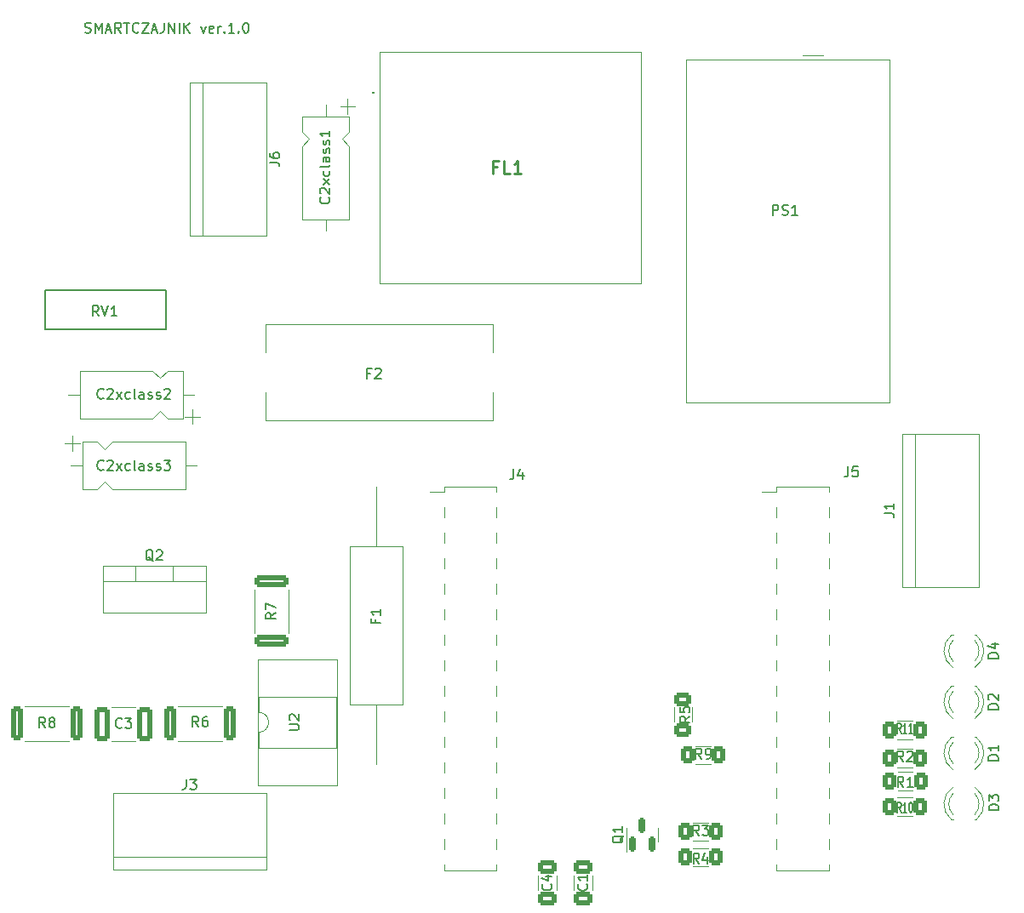
<source format=gto>
%TF.GenerationSoftware,KiCad,Pcbnew,(6.0.4)*%
%TF.CreationDate,2022-05-12T18:27:44+02:00*%
%TF.ProjectId,projekt_1,70726f6a-656b-4745-9f31-2e6b69636164,rev?*%
%TF.SameCoordinates,Original*%
%TF.FileFunction,Legend,Top*%
%TF.FilePolarity,Positive*%
%FSLAX46Y46*%
G04 Gerber Fmt 4.6, Leading zero omitted, Abs format (unit mm)*
G04 Created by KiCad (PCBNEW (6.0.4)) date 2022-05-12 18:27:44*
%MOMM*%
%LPD*%
G01*
G04 APERTURE LIST*
G04 Aperture macros list*
%AMRoundRect*
0 Rectangle with rounded corners*
0 $1 Rounding radius*
0 $2 $3 $4 $5 $6 $7 $8 $9 X,Y pos of 4 corners*
0 Add a 4 corners polygon primitive as box body*
4,1,4,$2,$3,$4,$5,$6,$7,$8,$9,$2,$3,0*
0 Add four circle primitives for the rounded corners*
1,1,$1+$1,$2,$3*
1,1,$1+$1,$4,$5*
1,1,$1+$1,$6,$7*
1,1,$1+$1,$8,$9*
0 Add four rect primitives between the rounded corners*
20,1,$1+$1,$2,$3,$4,$5,0*
20,1,$1+$1,$4,$5,$6,$7,0*
20,1,$1+$1,$6,$7,$8,$9,0*
20,1,$1+$1,$8,$9,$2,$3,0*%
G04 Aperture macros list end*
%ADD10C,0.150000*%
%ADD11C,0.254000*%
%ADD12C,0.120000*%
%ADD13C,0.100000*%
%ADD14C,0.200000*%
%ADD15C,3.000000*%
%ADD16R,3.150000X1.000000*%
%ADD17O,1.905000X2.000000*%
%ADD18R,1.905000X2.000000*%
%ADD19C,3.200000*%
%ADD20R,1.800000X1.800000*%
%ADD21C,1.800000*%
%ADD22RoundRect,0.150000X0.150000X-0.587500X0.150000X0.587500X-0.150000X0.587500X-0.150000X-0.587500X0*%
%ADD23RoundRect,0.250000X-0.400000X-0.625000X0.400000X-0.625000X0.400000X0.625000X-0.400000X0.625000X0*%
%ADD24R,3.000000X3.000000*%
%ADD25C,1.500000*%
%ADD26R,1.600000X3.100000*%
%ADD27RoundRect,0.250000X0.400000X0.625000X-0.400000X0.625000X-0.400000X-0.625000X0.400000X-0.625000X0*%
%ADD28RoundRect,0.250000X-0.537500X-1.450000X0.537500X-1.450000X0.537500X1.450000X-0.537500X1.450000X0*%
%ADD29RoundRect,0.250000X0.362500X1.425000X-0.362500X1.425000X-0.362500X-1.425000X0.362500X-1.425000X0*%
%ADD30RoundRect,0.250000X-0.362500X-1.425000X0.362500X-1.425000X0.362500X1.425000X-0.362500X1.425000X0*%
%ADD31RoundRect,0.250000X-0.625000X0.400000X-0.625000X-0.400000X0.625000X-0.400000X0.625000X0.400000X0*%
%ADD32R,2.000000X2.000000*%
%ADD33O,2.000000X2.000000*%
%ADD34RoundRect,0.250000X-0.650000X0.412500X-0.650000X-0.412500X0.650000X-0.412500X0.650000X0.412500X0*%
%ADD35RoundRect,0.250000X-1.425000X0.362500X-1.425000X-0.362500X1.425000X-0.362500X1.425000X0.362500X0*%
%ADD36C,2.400000*%
%ADD37O,2.400000X2.400000*%
%ADD38R,2.000000X2.300000*%
%ADD39C,2.300000*%
G04 APERTURE END LIST*
D10*
X31709742Y-15924361D02*
X31852600Y-15971980D01*
X32090695Y-15971980D01*
X32185933Y-15924361D01*
X32233552Y-15876742D01*
X32281171Y-15781504D01*
X32281171Y-15686266D01*
X32233552Y-15591028D01*
X32185933Y-15543409D01*
X32090695Y-15495790D01*
X31900219Y-15448171D01*
X31804980Y-15400552D01*
X31757361Y-15352933D01*
X31709742Y-15257695D01*
X31709742Y-15162457D01*
X31757361Y-15067219D01*
X31804980Y-15019600D01*
X31900219Y-14971980D01*
X32138314Y-14971980D01*
X32281171Y-15019600D01*
X32709742Y-15971980D02*
X32709742Y-14971980D01*
X33043076Y-15686266D01*
X33376409Y-14971980D01*
X33376409Y-15971980D01*
X33804980Y-15686266D02*
X34281171Y-15686266D01*
X33709742Y-15971980D02*
X34043076Y-14971980D01*
X34376409Y-15971980D01*
X35281171Y-15971980D02*
X34947838Y-15495790D01*
X34709742Y-15971980D02*
X34709742Y-14971980D01*
X35090695Y-14971980D01*
X35185933Y-15019600D01*
X35233552Y-15067219D01*
X35281171Y-15162457D01*
X35281171Y-15305314D01*
X35233552Y-15400552D01*
X35185933Y-15448171D01*
X35090695Y-15495790D01*
X34709742Y-15495790D01*
X35566885Y-14971980D02*
X36138314Y-14971980D01*
X35852600Y-15971980D02*
X35852600Y-14971980D01*
X37043076Y-15876742D02*
X36995457Y-15924361D01*
X36852600Y-15971980D01*
X36757361Y-15971980D01*
X36614504Y-15924361D01*
X36519266Y-15829123D01*
X36471647Y-15733885D01*
X36424028Y-15543409D01*
X36424028Y-15400552D01*
X36471647Y-15210076D01*
X36519266Y-15114838D01*
X36614504Y-15019600D01*
X36757361Y-14971980D01*
X36852600Y-14971980D01*
X36995457Y-15019600D01*
X37043076Y-15067219D01*
X37376409Y-14971980D02*
X38043076Y-14971980D01*
X37376409Y-15971980D01*
X38043076Y-15971980D01*
X38376409Y-15686266D02*
X38852600Y-15686266D01*
X38281171Y-15971980D02*
X38614504Y-14971980D01*
X38947838Y-15971980D01*
X39566885Y-14971980D02*
X39566885Y-15686266D01*
X39519266Y-15829123D01*
X39424028Y-15924361D01*
X39281171Y-15971980D01*
X39185933Y-15971980D01*
X40043076Y-15971980D02*
X40043076Y-14971980D01*
X40614504Y-15971980D01*
X40614504Y-14971980D01*
X41090695Y-15971980D02*
X41090695Y-14971980D01*
X41566885Y-15971980D02*
X41566885Y-14971980D01*
X42138314Y-15971980D02*
X41709742Y-15400552D01*
X42138314Y-14971980D02*
X41566885Y-15543409D01*
X43233552Y-15305314D02*
X43471647Y-15971980D01*
X43709742Y-15305314D01*
X44471647Y-15924361D02*
X44376409Y-15971980D01*
X44185933Y-15971980D01*
X44090695Y-15924361D01*
X44043076Y-15829123D01*
X44043076Y-15448171D01*
X44090695Y-15352933D01*
X44185933Y-15305314D01*
X44376409Y-15305314D01*
X44471647Y-15352933D01*
X44519266Y-15448171D01*
X44519266Y-15543409D01*
X44043076Y-15638647D01*
X44947838Y-15971980D02*
X44947838Y-15305314D01*
X44947838Y-15495790D02*
X44995457Y-15400552D01*
X45043076Y-15352933D01*
X45138314Y-15305314D01*
X45233552Y-15305314D01*
X45566885Y-15876742D02*
X45614504Y-15924361D01*
X45566885Y-15971980D01*
X45519266Y-15924361D01*
X45566885Y-15876742D01*
X45566885Y-15971980D01*
X46566885Y-15971980D02*
X45995457Y-15971980D01*
X46281171Y-15971980D02*
X46281171Y-14971980D01*
X46185933Y-15114838D01*
X46090695Y-15210076D01*
X45995457Y-15257695D01*
X46995457Y-15876742D02*
X47043076Y-15924361D01*
X46995457Y-15971980D01*
X46947838Y-15924361D01*
X46995457Y-15876742D01*
X46995457Y-15971980D01*
X47662123Y-14971980D02*
X47757361Y-14971980D01*
X47852600Y-15019600D01*
X47900219Y-15067219D01*
X47947838Y-15162457D01*
X47995457Y-15352933D01*
X47995457Y-15591028D01*
X47947838Y-15781504D01*
X47900219Y-15876742D01*
X47852600Y-15924361D01*
X47757361Y-15971980D01*
X47662123Y-15971980D01*
X47566885Y-15924361D01*
X47519266Y-15876742D01*
X47471647Y-15781504D01*
X47424028Y-15591028D01*
X47424028Y-15352933D01*
X47471647Y-15162457D01*
X47519266Y-15067219D01*
X47566885Y-15019600D01*
X47662123Y-14971980D01*
%TO.C,F2*%
X60093266Y-49839771D02*
X59759933Y-49839771D01*
X59759933Y-50363580D02*
X59759933Y-49363580D01*
X60236123Y-49363580D01*
X60569457Y-49458819D02*
X60617076Y-49411200D01*
X60712314Y-49363580D01*
X60950409Y-49363580D01*
X61045647Y-49411200D01*
X61093266Y-49458819D01*
X61140885Y-49554057D01*
X61140885Y-49649295D01*
X61093266Y-49792152D01*
X60521838Y-50363580D01*
X61140885Y-50363580D01*
%TO.C,J4*%
X74342666Y-59396380D02*
X74342666Y-60110666D01*
X74295047Y-60253523D01*
X74199809Y-60348761D01*
X74056952Y-60396380D01*
X73961714Y-60396380D01*
X75247428Y-59729714D02*
X75247428Y-60396380D01*
X75009333Y-59348761D02*
X74771238Y-60063047D01*
X75390285Y-60063047D01*
%TO.C,Q2*%
X38487361Y-68540819D02*
X38392123Y-68493200D01*
X38296885Y-68397961D01*
X38154028Y-68255104D01*
X38058790Y-68207485D01*
X37963552Y-68207485D01*
X38011171Y-68445580D02*
X37915933Y-68397961D01*
X37820695Y-68302723D01*
X37773076Y-68112247D01*
X37773076Y-67778914D01*
X37820695Y-67588438D01*
X37915933Y-67493200D01*
X38011171Y-67445580D01*
X38201647Y-67445580D01*
X38296885Y-67493200D01*
X38392123Y-67588438D01*
X38439742Y-67778914D01*
X38439742Y-68112247D01*
X38392123Y-68302723D01*
X38296885Y-68397961D01*
X38201647Y-68445580D01*
X38011171Y-68445580D01*
X38820695Y-67540819D02*
X38868314Y-67493200D01*
X38963552Y-67445580D01*
X39201647Y-67445580D01*
X39296885Y-67493200D01*
X39344504Y-67540819D01*
X39392123Y-67636057D01*
X39392123Y-67731295D01*
X39344504Y-67874152D01*
X38773076Y-68445580D01*
X39392123Y-68445580D01*
%TO.C,D2*%
X122538380Y-83288095D02*
X121538380Y-83288095D01*
X121538380Y-83050000D01*
X121586000Y-82907142D01*
X121681238Y-82811904D01*
X121776476Y-82764285D01*
X121966952Y-82716666D01*
X122109809Y-82716666D01*
X122300285Y-82764285D01*
X122395523Y-82811904D01*
X122490761Y-82907142D01*
X122538380Y-83050000D01*
X122538380Y-83288095D01*
X121633619Y-82335714D02*
X121586000Y-82288095D01*
X121538380Y-82192857D01*
X121538380Y-81954761D01*
X121586000Y-81859523D01*
X121633619Y-81811904D01*
X121728857Y-81764285D01*
X121824095Y-81764285D01*
X121966952Y-81811904D01*
X122538380Y-82383333D01*
X122538380Y-81764285D01*
%TO.C,D3*%
X122600980Y-93321295D02*
X121600980Y-93321295D01*
X121600980Y-93083200D01*
X121648600Y-92940342D01*
X121743838Y-92845104D01*
X121839076Y-92797485D01*
X122029552Y-92749866D01*
X122172409Y-92749866D01*
X122362885Y-92797485D01*
X122458123Y-92845104D01*
X122553361Y-92940342D01*
X122600980Y-93083200D01*
X122600980Y-93321295D01*
X121600980Y-92416533D02*
X121600980Y-91797485D01*
X121981933Y-92130819D01*
X121981933Y-91987961D01*
X122029552Y-91892723D01*
X122077171Y-91845104D01*
X122172409Y-91797485D01*
X122410504Y-91797485D01*
X122505742Y-91845104D01*
X122553361Y-91892723D01*
X122600980Y-91987961D01*
X122600980Y-92273676D01*
X122553361Y-92368914D01*
X122505742Y-92416533D01*
%TO.C,Q1*%
X85269619Y-95853238D02*
X85222000Y-95948476D01*
X85126761Y-96043714D01*
X84983904Y-96186571D01*
X84936285Y-96281809D01*
X84936285Y-96377047D01*
X85174380Y-96329428D02*
X85126761Y-96424666D01*
X85031523Y-96519904D01*
X84841047Y-96567523D01*
X84507714Y-96567523D01*
X84317238Y-96519904D01*
X84222000Y-96424666D01*
X84174380Y-96329428D01*
X84174380Y-96138952D01*
X84222000Y-96043714D01*
X84317238Y-95948476D01*
X84507714Y-95900857D01*
X84841047Y-95900857D01*
X85031523Y-95948476D01*
X85126761Y-96043714D01*
X85174380Y-96138952D01*
X85174380Y-96329428D01*
X85174380Y-94948476D02*
X85174380Y-95519904D01*
X85174380Y-95234190D02*
X84174380Y-95234190D01*
X84317238Y-95329428D01*
X84412476Y-95424666D01*
X84460095Y-95519904D01*
%TO.C,R2*%
X113091933Y-88463580D02*
X112758600Y-87987390D01*
X112520504Y-88463580D02*
X112520504Y-87463580D01*
X112901457Y-87463580D01*
X112996695Y-87511200D01*
X113044314Y-87558819D01*
X113091933Y-87654057D01*
X113091933Y-87796914D01*
X113044314Y-87892152D01*
X112996695Y-87939771D01*
X112901457Y-87987390D01*
X112520504Y-87987390D01*
X113472885Y-87558819D02*
X113520504Y-87511200D01*
X113615742Y-87463580D01*
X113853838Y-87463580D01*
X113949076Y-87511200D01*
X113996695Y-87558819D01*
X114044314Y-87654057D01*
X114044314Y-87749295D01*
X113996695Y-87892152D01*
X113425266Y-88463580D01*
X114044314Y-88463580D01*
%TO.C,D4*%
X122538380Y-78203095D02*
X121538380Y-78203095D01*
X121538380Y-77965000D01*
X121586000Y-77822142D01*
X121681238Y-77726904D01*
X121776476Y-77679285D01*
X121966952Y-77631666D01*
X122109809Y-77631666D01*
X122300285Y-77679285D01*
X122395523Y-77726904D01*
X122490761Y-77822142D01*
X122538380Y-77965000D01*
X122538380Y-78203095D01*
X121871714Y-76774523D02*
X122538380Y-76774523D01*
X121490761Y-77012619D02*
X122205047Y-77250714D01*
X122205047Y-76631666D01*
%TO.C,J1*%
X111186980Y-63803333D02*
X111901266Y-63803333D01*
X112044123Y-63850952D01*
X112139361Y-63946190D01*
X112186980Y-64089047D01*
X112186980Y-64184285D01*
X112186980Y-62803333D02*
X112186980Y-63374761D01*
X112186980Y-63089047D02*
X111186980Y-63089047D01*
X111329838Y-63184285D01*
X111425076Y-63279523D01*
X111472695Y-63374761D01*
D11*
%TO.C,FL1*%
X72722619Y-29322485D02*
X72299285Y-29322485D01*
X72299285Y-29987723D02*
X72299285Y-28717723D01*
X72904047Y-28717723D01*
X73992619Y-29987723D02*
X73387857Y-29987723D01*
X73387857Y-28717723D01*
X75081190Y-29987723D02*
X74355476Y-29987723D01*
X74718333Y-29987723D02*
X74718333Y-28717723D01*
X74597380Y-28899152D01*
X74476428Y-29020104D01*
X74355476Y-29080580D01*
D10*
%TO.C,U2*%
X52004980Y-85343904D02*
X52814504Y-85343904D01*
X52909742Y-85296285D01*
X52957361Y-85248666D01*
X53004980Y-85153428D01*
X53004980Y-84962952D01*
X52957361Y-84867714D01*
X52909742Y-84820095D01*
X52814504Y-84772476D01*
X52004980Y-84772476D01*
X52100219Y-84343904D02*
X52052600Y-84296285D01*
X52004980Y-84201047D01*
X52004980Y-83962952D01*
X52052600Y-83867714D01*
X52100219Y-83820095D01*
X52195457Y-83772476D01*
X52290695Y-83772476D01*
X52433552Y-83820095D01*
X53004980Y-84391523D01*
X53004980Y-83772476D01*
%TO.C,D1*%
X122538380Y-88363095D02*
X121538380Y-88363095D01*
X121538380Y-88125000D01*
X121586000Y-87982142D01*
X121681238Y-87886904D01*
X121776476Y-87839285D01*
X121966952Y-87791666D01*
X122109809Y-87791666D01*
X122300285Y-87839285D01*
X122395523Y-87886904D01*
X122490761Y-87982142D01*
X122538380Y-88125000D01*
X122538380Y-88363095D01*
X122538380Y-86839285D02*
X122538380Y-87410714D01*
X122538380Y-87125000D02*
X121538380Y-87125000D01*
X121681238Y-87220238D01*
X121776476Y-87315476D01*
X121824095Y-87410714D01*
%TO.C,J5*%
X107616666Y-59142380D02*
X107616666Y-59856666D01*
X107569047Y-59999523D01*
X107473809Y-60094761D01*
X107330952Y-60142380D01*
X107235714Y-60142380D01*
X108569047Y-59142380D02*
X108092857Y-59142380D01*
X108045238Y-59618571D01*
X108092857Y-59570952D01*
X108188095Y-59523333D01*
X108426190Y-59523333D01*
X108521428Y-59570952D01*
X108569047Y-59618571D01*
X108616666Y-59713809D01*
X108616666Y-59951904D01*
X108569047Y-60047142D01*
X108521428Y-60094761D01*
X108426190Y-60142380D01*
X108188095Y-60142380D01*
X108092857Y-60094761D01*
X108045238Y-60047142D01*
%TO.C,R10*%
X112872885Y-93543580D02*
X112672885Y-93067390D01*
X112530028Y-93543580D02*
X112530028Y-92543580D01*
X112758600Y-92543580D01*
X112815742Y-92591200D01*
X112844314Y-92638819D01*
X112872885Y-92734057D01*
X112872885Y-92876914D01*
X112844314Y-92972152D01*
X112815742Y-93019771D01*
X112758600Y-93067390D01*
X112530028Y-93067390D01*
X113444314Y-93543580D02*
X113101457Y-93543580D01*
X113272885Y-93543580D02*
X113272885Y-92543580D01*
X113215742Y-92686438D01*
X113158600Y-92781676D01*
X113101457Y-92829295D01*
X113815742Y-92543580D02*
X113872885Y-92543580D01*
X113930028Y-92591200D01*
X113958600Y-92638819D01*
X113987171Y-92734057D01*
X114015742Y-92924533D01*
X114015742Y-93162628D01*
X113987171Y-93353104D01*
X113958600Y-93448342D01*
X113930028Y-93495961D01*
X113872885Y-93543580D01*
X113815742Y-93543580D01*
X113758600Y-93495961D01*
X113730028Y-93448342D01*
X113701457Y-93353104D01*
X113672885Y-93162628D01*
X113672885Y-92924533D01*
X113701457Y-92734057D01*
X113730028Y-92638819D01*
X113758600Y-92591200D01*
X113815742Y-92543580D01*
%TO.C,R11*%
X112872885Y-85669580D02*
X112672885Y-85193390D01*
X112530028Y-85669580D02*
X112530028Y-84669580D01*
X112758600Y-84669580D01*
X112815742Y-84717200D01*
X112844314Y-84764819D01*
X112872885Y-84860057D01*
X112872885Y-85002914D01*
X112844314Y-85098152D01*
X112815742Y-85145771D01*
X112758600Y-85193390D01*
X112530028Y-85193390D01*
X113444314Y-85669580D02*
X113101457Y-85669580D01*
X113272885Y-85669580D02*
X113272885Y-84669580D01*
X113215742Y-84812438D01*
X113158600Y-84907676D01*
X113101457Y-84955295D01*
X114015742Y-85669580D02*
X113672885Y-85669580D01*
X113844314Y-85669580D02*
X113844314Y-84669580D01*
X113787171Y-84812438D01*
X113730028Y-84907676D01*
X113672885Y-84955295D01*
%TO.C,R4*%
X92780266Y-98623580D02*
X92463600Y-98147390D01*
X92237409Y-98623580D02*
X92237409Y-97623580D01*
X92599314Y-97623580D01*
X92689790Y-97671200D01*
X92735028Y-97718819D01*
X92780266Y-97814057D01*
X92780266Y-97956914D01*
X92735028Y-98052152D01*
X92689790Y-98099771D01*
X92599314Y-98147390D01*
X92237409Y-98147390D01*
X93594552Y-97956914D02*
X93594552Y-98623580D01*
X93368361Y-97575961D02*
X93142171Y-98290247D01*
X93730266Y-98290247D01*
%TO.C,C3*%
X35367933Y-85066342D02*
X35320314Y-85113961D01*
X35177457Y-85161580D01*
X35082219Y-85161580D01*
X34939361Y-85113961D01*
X34844123Y-85018723D01*
X34796504Y-84923485D01*
X34748885Y-84733009D01*
X34748885Y-84590152D01*
X34796504Y-84399676D01*
X34844123Y-84304438D01*
X34939361Y-84209200D01*
X35082219Y-84161580D01*
X35177457Y-84161580D01*
X35320314Y-84209200D01*
X35367933Y-84256819D01*
X35701266Y-84161580D02*
X36320314Y-84161580D01*
X35986980Y-84542533D01*
X36129838Y-84542533D01*
X36225076Y-84590152D01*
X36272695Y-84637771D01*
X36320314Y-84733009D01*
X36320314Y-84971104D01*
X36272695Y-85066342D01*
X36225076Y-85113961D01*
X36129838Y-85161580D01*
X35844123Y-85161580D01*
X35748885Y-85113961D01*
X35701266Y-85066342D01*
%TO.C,R6*%
X42987933Y-85009380D02*
X42654600Y-84533190D01*
X42416504Y-85009380D02*
X42416504Y-84009380D01*
X42797457Y-84009380D01*
X42892695Y-84057000D01*
X42940314Y-84104619D01*
X42987933Y-84199857D01*
X42987933Y-84342714D01*
X42940314Y-84437952D01*
X42892695Y-84485571D01*
X42797457Y-84533190D01*
X42416504Y-84533190D01*
X43845076Y-84009380D02*
X43654600Y-84009380D01*
X43559361Y-84057000D01*
X43511742Y-84104619D01*
X43416504Y-84247476D01*
X43368885Y-84437952D01*
X43368885Y-84818904D01*
X43416504Y-84914142D01*
X43464123Y-84961761D01*
X43559361Y-85009380D01*
X43749838Y-85009380D01*
X43845076Y-84961761D01*
X43892695Y-84914142D01*
X43940314Y-84818904D01*
X43940314Y-84580809D01*
X43892695Y-84485571D01*
X43845076Y-84437952D01*
X43749838Y-84390333D01*
X43559361Y-84390333D01*
X43464123Y-84437952D01*
X43416504Y-84485571D01*
X43368885Y-84580809D01*
%TO.C,R9*%
X93025933Y-88209580D02*
X92692600Y-87733390D01*
X92454504Y-88209580D02*
X92454504Y-87209580D01*
X92835457Y-87209580D01*
X92930695Y-87257200D01*
X92978314Y-87304819D01*
X93025933Y-87400057D01*
X93025933Y-87542914D01*
X92978314Y-87638152D01*
X92930695Y-87685771D01*
X92835457Y-87733390D01*
X92454504Y-87733390D01*
X93502123Y-88209580D02*
X93692600Y-88209580D01*
X93787838Y-88161961D01*
X93835457Y-88114342D01*
X93930695Y-87971485D01*
X93978314Y-87781009D01*
X93978314Y-87400057D01*
X93930695Y-87304819D01*
X93883076Y-87257200D01*
X93787838Y-87209580D01*
X93597361Y-87209580D01*
X93502123Y-87257200D01*
X93454504Y-87304819D01*
X93406885Y-87400057D01*
X93406885Y-87638152D01*
X93454504Y-87733390D01*
X93502123Y-87781009D01*
X93597361Y-87828628D01*
X93787838Y-87828628D01*
X93883076Y-87781009D01*
X93930695Y-87733390D01*
X93978314Y-87638152D01*
%TO.C,R8*%
X27747933Y-85085580D02*
X27414600Y-84609390D01*
X27176504Y-85085580D02*
X27176504Y-84085580D01*
X27557457Y-84085580D01*
X27652695Y-84133200D01*
X27700314Y-84180819D01*
X27747933Y-84276057D01*
X27747933Y-84418914D01*
X27700314Y-84514152D01*
X27652695Y-84561771D01*
X27557457Y-84609390D01*
X27176504Y-84609390D01*
X28319361Y-84514152D02*
X28224123Y-84466533D01*
X28176504Y-84418914D01*
X28128885Y-84323676D01*
X28128885Y-84276057D01*
X28176504Y-84180819D01*
X28224123Y-84133200D01*
X28319361Y-84085580D01*
X28509838Y-84085580D01*
X28605076Y-84133200D01*
X28652695Y-84180819D01*
X28700314Y-84276057D01*
X28700314Y-84323676D01*
X28652695Y-84418914D01*
X28605076Y-84466533D01*
X28509838Y-84514152D01*
X28319361Y-84514152D01*
X28224123Y-84561771D01*
X28176504Y-84609390D01*
X28128885Y-84704628D01*
X28128885Y-84895104D01*
X28176504Y-84990342D01*
X28224123Y-85037961D01*
X28319361Y-85085580D01*
X28509838Y-85085580D01*
X28605076Y-85037961D01*
X28652695Y-84990342D01*
X28700314Y-84895104D01*
X28700314Y-84704628D01*
X28652695Y-84609390D01*
X28605076Y-84561771D01*
X28509838Y-84514152D01*
%TO.C,R5*%
X91866980Y-83986666D02*
X91390790Y-84320000D01*
X91866980Y-84558095D02*
X90866980Y-84558095D01*
X90866980Y-84177142D01*
X90914600Y-84081904D01*
X90962219Y-84034285D01*
X91057457Y-83986666D01*
X91200314Y-83986666D01*
X91295552Y-84034285D01*
X91343171Y-84081904D01*
X91390790Y-84177142D01*
X91390790Y-84558095D01*
X90866980Y-83081904D02*
X90866980Y-83558095D01*
X91343171Y-83605714D01*
X91295552Y-83558095D01*
X91247933Y-83462857D01*
X91247933Y-83224761D01*
X91295552Y-83129523D01*
X91343171Y-83081904D01*
X91438409Y-83034285D01*
X91676504Y-83034285D01*
X91771742Y-83081904D01*
X91819361Y-83129523D01*
X91866980Y-83224761D01*
X91866980Y-83462857D01*
X91819361Y-83558095D01*
X91771742Y-83605714D01*
%TO.C,C2xclass3*%
X33550600Y-59412342D02*
X33502980Y-59459961D01*
X33360123Y-59507580D01*
X33264885Y-59507580D01*
X33122028Y-59459961D01*
X33026790Y-59364723D01*
X32979171Y-59269485D01*
X32931552Y-59079009D01*
X32931552Y-58936152D01*
X32979171Y-58745676D01*
X33026790Y-58650438D01*
X33122028Y-58555200D01*
X33264885Y-58507580D01*
X33360123Y-58507580D01*
X33502980Y-58555200D01*
X33550600Y-58602819D01*
X33931552Y-58602819D02*
X33979171Y-58555200D01*
X34074409Y-58507580D01*
X34312504Y-58507580D01*
X34407742Y-58555200D01*
X34455361Y-58602819D01*
X34502980Y-58698057D01*
X34502980Y-58793295D01*
X34455361Y-58936152D01*
X33883933Y-59507580D01*
X34502980Y-59507580D01*
X34836314Y-59507580D02*
X35360123Y-58840914D01*
X34836314Y-58840914D02*
X35360123Y-59507580D01*
X36169647Y-59459961D02*
X36074409Y-59507580D01*
X35883933Y-59507580D01*
X35788695Y-59459961D01*
X35741076Y-59412342D01*
X35693457Y-59317104D01*
X35693457Y-59031390D01*
X35741076Y-58936152D01*
X35788695Y-58888533D01*
X35883933Y-58840914D01*
X36074409Y-58840914D01*
X36169647Y-58888533D01*
X36741076Y-59507580D02*
X36645838Y-59459961D01*
X36598219Y-59364723D01*
X36598219Y-58507580D01*
X37550600Y-59507580D02*
X37550600Y-58983771D01*
X37502980Y-58888533D01*
X37407742Y-58840914D01*
X37217266Y-58840914D01*
X37122028Y-58888533D01*
X37550600Y-59459961D02*
X37455361Y-59507580D01*
X37217266Y-59507580D01*
X37122028Y-59459961D01*
X37074409Y-59364723D01*
X37074409Y-59269485D01*
X37122028Y-59174247D01*
X37217266Y-59126628D01*
X37455361Y-59126628D01*
X37550600Y-59079009D01*
X37979171Y-59459961D02*
X38074409Y-59507580D01*
X38264885Y-59507580D01*
X38360123Y-59459961D01*
X38407742Y-59364723D01*
X38407742Y-59317104D01*
X38360123Y-59221866D01*
X38264885Y-59174247D01*
X38122028Y-59174247D01*
X38026790Y-59126628D01*
X37979171Y-59031390D01*
X37979171Y-58983771D01*
X38026790Y-58888533D01*
X38122028Y-58840914D01*
X38264885Y-58840914D01*
X38360123Y-58888533D01*
X38788695Y-59459961D02*
X38883933Y-59507580D01*
X39074409Y-59507580D01*
X39169647Y-59459961D01*
X39217266Y-59364723D01*
X39217266Y-59317104D01*
X39169647Y-59221866D01*
X39074409Y-59174247D01*
X38931552Y-59174247D01*
X38836314Y-59126628D01*
X38788695Y-59031390D01*
X38788695Y-58983771D01*
X38836314Y-58888533D01*
X38931552Y-58840914D01*
X39074409Y-58840914D01*
X39169647Y-58888533D01*
X39550600Y-58507580D02*
X40169647Y-58507580D01*
X39836314Y-58888533D01*
X39979171Y-58888533D01*
X40074409Y-58936152D01*
X40122028Y-58983771D01*
X40169647Y-59079009D01*
X40169647Y-59317104D01*
X40122028Y-59412342D01*
X40074409Y-59459961D01*
X39979171Y-59507580D01*
X39693457Y-59507580D01*
X39598219Y-59459961D01*
X39550600Y-59412342D01*
%TO.C,C1*%
X81611742Y-100699866D02*
X81659361Y-100747485D01*
X81706980Y-100890342D01*
X81706980Y-100985580D01*
X81659361Y-101128438D01*
X81564123Y-101223676D01*
X81468885Y-101271295D01*
X81278409Y-101318914D01*
X81135552Y-101318914D01*
X80945076Y-101271295D01*
X80849838Y-101223676D01*
X80754600Y-101128438D01*
X80706980Y-100985580D01*
X80706980Y-100890342D01*
X80754600Y-100747485D01*
X80802219Y-100699866D01*
X81706980Y-99747485D02*
X81706980Y-100318914D01*
X81706980Y-100033200D02*
X80706980Y-100033200D01*
X80849838Y-100128438D01*
X80945076Y-100223676D01*
X80992695Y-100318914D01*
%TO.C,J3*%
X41775266Y-90255580D02*
X41775266Y-90969866D01*
X41727647Y-91112723D01*
X41632409Y-91207961D01*
X41489552Y-91255580D01*
X41394314Y-91255580D01*
X42156219Y-90255580D02*
X42775266Y-90255580D01*
X42441933Y-90636533D01*
X42584790Y-90636533D01*
X42680028Y-90684152D01*
X42727647Y-90731771D01*
X42775266Y-90827009D01*
X42775266Y-91065104D01*
X42727647Y-91160342D01*
X42680028Y-91207961D01*
X42584790Y-91255580D01*
X42299076Y-91255580D01*
X42203838Y-91207961D01*
X42156219Y-91160342D01*
%TO.C,R7*%
X50693580Y-73699866D02*
X50217390Y-74033200D01*
X50693580Y-74271295D02*
X49693580Y-74271295D01*
X49693580Y-73890342D01*
X49741200Y-73795104D01*
X49788819Y-73747485D01*
X49884057Y-73699866D01*
X50026914Y-73699866D01*
X50122152Y-73747485D01*
X50169771Y-73795104D01*
X50217390Y-73890342D01*
X50217390Y-74271295D01*
X49693580Y-73366533D02*
X49693580Y-72699866D01*
X50693580Y-73128438D01*
%TO.C,C2xclass2*%
X33550600Y-52300342D02*
X33502980Y-52347961D01*
X33360123Y-52395580D01*
X33264885Y-52395580D01*
X33122028Y-52347961D01*
X33026790Y-52252723D01*
X32979171Y-52157485D01*
X32931552Y-51967009D01*
X32931552Y-51824152D01*
X32979171Y-51633676D01*
X33026790Y-51538438D01*
X33122028Y-51443200D01*
X33264885Y-51395580D01*
X33360123Y-51395580D01*
X33502980Y-51443200D01*
X33550600Y-51490819D01*
X33931552Y-51490819D02*
X33979171Y-51443200D01*
X34074409Y-51395580D01*
X34312504Y-51395580D01*
X34407742Y-51443200D01*
X34455361Y-51490819D01*
X34502980Y-51586057D01*
X34502980Y-51681295D01*
X34455361Y-51824152D01*
X33883933Y-52395580D01*
X34502980Y-52395580D01*
X34836314Y-52395580D02*
X35360123Y-51728914D01*
X34836314Y-51728914D02*
X35360123Y-52395580D01*
X36169647Y-52347961D02*
X36074409Y-52395580D01*
X35883933Y-52395580D01*
X35788695Y-52347961D01*
X35741076Y-52300342D01*
X35693457Y-52205104D01*
X35693457Y-51919390D01*
X35741076Y-51824152D01*
X35788695Y-51776533D01*
X35883933Y-51728914D01*
X36074409Y-51728914D01*
X36169647Y-51776533D01*
X36741076Y-52395580D02*
X36645838Y-52347961D01*
X36598219Y-52252723D01*
X36598219Y-51395580D01*
X37550600Y-52395580D02*
X37550600Y-51871771D01*
X37502980Y-51776533D01*
X37407742Y-51728914D01*
X37217266Y-51728914D01*
X37122028Y-51776533D01*
X37550600Y-52347961D02*
X37455361Y-52395580D01*
X37217266Y-52395580D01*
X37122028Y-52347961D01*
X37074409Y-52252723D01*
X37074409Y-52157485D01*
X37122028Y-52062247D01*
X37217266Y-52014628D01*
X37455361Y-52014628D01*
X37550600Y-51967009D01*
X37979171Y-52347961D02*
X38074409Y-52395580D01*
X38264885Y-52395580D01*
X38360123Y-52347961D01*
X38407742Y-52252723D01*
X38407742Y-52205104D01*
X38360123Y-52109866D01*
X38264885Y-52062247D01*
X38122028Y-52062247D01*
X38026790Y-52014628D01*
X37979171Y-51919390D01*
X37979171Y-51871771D01*
X38026790Y-51776533D01*
X38122028Y-51728914D01*
X38264885Y-51728914D01*
X38360123Y-51776533D01*
X38788695Y-52347961D02*
X38883933Y-52395580D01*
X39074409Y-52395580D01*
X39169647Y-52347961D01*
X39217266Y-52252723D01*
X39217266Y-52205104D01*
X39169647Y-52109866D01*
X39074409Y-52062247D01*
X38931552Y-52062247D01*
X38836314Y-52014628D01*
X38788695Y-51919390D01*
X38788695Y-51871771D01*
X38836314Y-51776533D01*
X38931552Y-51728914D01*
X39074409Y-51728914D01*
X39169647Y-51776533D01*
X39598219Y-51490819D02*
X39645838Y-51443200D01*
X39741076Y-51395580D01*
X39979171Y-51395580D01*
X40074409Y-51443200D01*
X40122028Y-51490819D01*
X40169647Y-51586057D01*
X40169647Y-51681295D01*
X40122028Y-51824152D01*
X39550600Y-52395580D01*
X40169647Y-52395580D01*
%TO.C,J6*%
X50050980Y-28878533D02*
X50765266Y-28878533D01*
X50908123Y-28926152D01*
X51003361Y-29021390D01*
X51050980Y-29164247D01*
X51050980Y-29259485D01*
X50050980Y-27973771D02*
X50050980Y-28164247D01*
X50098600Y-28259485D01*
X50146219Y-28307104D01*
X50289076Y-28402342D01*
X50479552Y-28449961D01*
X50860504Y-28449961D01*
X50955742Y-28402342D01*
X51003361Y-28354723D01*
X51050980Y-28259485D01*
X51050980Y-28069009D01*
X51003361Y-27973771D01*
X50955742Y-27926152D01*
X50860504Y-27878533D01*
X50622409Y-27878533D01*
X50527171Y-27926152D01*
X50479552Y-27973771D01*
X50431933Y-28069009D01*
X50431933Y-28259485D01*
X50479552Y-28354723D01*
X50527171Y-28402342D01*
X50622409Y-28449961D01*
%TO.C,F1*%
X60609171Y-74374533D02*
X60609171Y-74707866D01*
X61132980Y-74707866D02*
X60132980Y-74707866D01*
X60132980Y-74231676D01*
X61132980Y-73326914D02*
X61132980Y-73898342D01*
X61132980Y-73612628D02*
X60132980Y-73612628D01*
X60275838Y-73707866D01*
X60371076Y-73803104D01*
X60418695Y-73898342D01*
%TO.C,C4*%
X78055742Y-100691533D02*
X78103361Y-100736771D01*
X78150980Y-100872485D01*
X78150980Y-100962961D01*
X78103361Y-101098676D01*
X78008123Y-101189152D01*
X77912885Y-101234390D01*
X77722409Y-101279628D01*
X77579552Y-101279628D01*
X77389076Y-101234390D01*
X77293838Y-101189152D01*
X77198600Y-101098676D01*
X77150980Y-100962961D01*
X77150980Y-100872485D01*
X77198600Y-100736771D01*
X77246219Y-100691533D01*
X77484314Y-99877247D02*
X78150980Y-99877247D01*
X77103361Y-100103438D02*
X77817647Y-100329628D01*
X77817647Y-99741533D01*
%TO.C,R1*%
X113117333Y-91003580D02*
X112784000Y-90527390D01*
X112545904Y-91003580D02*
X112545904Y-90003580D01*
X112926857Y-90003580D01*
X113022095Y-90051200D01*
X113069714Y-90098819D01*
X113117333Y-90194057D01*
X113117333Y-90336914D01*
X113069714Y-90432152D01*
X113022095Y-90479771D01*
X112926857Y-90527390D01*
X112545904Y-90527390D01*
X114069714Y-91003580D02*
X113498285Y-91003580D01*
X113784000Y-91003580D02*
X113784000Y-90003580D01*
X113688761Y-90146438D01*
X113593523Y-90241676D01*
X113498285Y-90289295D01*
%TO.C,RV1*%
X33073961Y-44140780D02*
X32740628Y-43664590D01*
X32502533Y-44140780D02*
X32502533Y-43140780D01*
X32883485Y-43140780D01*
X32978723Y-43188400D01*
X33026342Y-43236019D01*
X33073961Y-43331257D01*
X33073961Y-43474114D01*
X33026342Y-43569352D01*
X32978723Y-43616971D01*
X32883485Y-43664590D01*
X32502533Y-43664590D01*
X33359676Y-43140780D02*
X33693009Y-44140780D01*
X34026342Y-43140780D01*
X34883485Y-44140780D02*
X34312057Y-44140780D01*
X34597771Y-44140780D02*
X34597771Y-43140780D01*
X34502533Y-43283638D01*
X34407295Y-43378876D01*
X34312057Y-43426495D01*
%TO.C,PS1*%
X100106314Y-34107580D02*
X100106314Y-33107580D01*
X100487266Y-33107580D01*
X100582504Y-33155200D01*
X100630123Y-33202819D01*
X100677742Y-33298057D01*
X100677742Y-33440914D01*
X100630123Y-33536152D01*
X100582504Y-33583771D01*
X100487266Y-33631390D01*
X100106314Y-33631390D01*
X101058695Y-34059961D02*
X101201552Y-34107580D01*
X101439647Y-34107580D01*
X101534885Y-34059961D01*
X101582504Y-34012342D01*
X101630123Y-33917104D01*
X101630123Y-33821866D01*
X101582504Y-33726628D01*
X101534885Y-33679009D01*
X101439647Y-33631390D01*
X101249171Y-33583771D01*
X101153933Y-33536152D01*
X101106314Y-33488533D01*
X101058695Y-33393295D01*
X101058695Y-33298057D01*
X101106314Y-33202819D01*
X101153933Y-33155200D01*
X101249171Y-33107580D01*
X101487266Y-33107580D01*
X101630123Y-33155200D01*
X102582504Y-34107580D02*
X102011076Y-34107580D01*
X102296790Y-34107580D02*
X102296790Y-33107580D01*
X102201552Y-33250438D01*
X102106314Y-33345676D01*
X102011076Y-33393295D01*
%TO.C,R3*%
X92771933Y-95829580D02*
X92438600Y-95353390D01*
X92200504Y-95829580D02*
X92200504Y-94829580D01*
X92581457Y-94829580D01*
X92676695Y-94877200D01*
X92724314Y-94924819D01*
X92771933Y-95020057D01*
X92771933Y-95162914D01*
X92724314Y-95258152D01*
X92676695Y-95305771D01*
X92581457Y-95353390D01*
X92200504Y-95353390D01*
X93105266Y-94829580D02*
X93724314Y-94829580D01*
X93390980Y-95210533D01*
X93533838Y-95210533D01*
X93629076Y-95258152D01*
X93676695Y-95305771D01*
X93724314Y-95401009D01*
X93724314Y-95639104D01*
X93676695Y-95734342D01*
X93629076Y-95781961D01*
X93533838Y-95829580D01*
X93248123Y-95829580D01*
X93152885Y-95781961D01*
X93105266Y-95734342D01*
%TO.C,C2xclass1*%
X55957742Y-32337200D02*
X56005361Y-32384819D01*
X56052980Y-32527676D01*
X56052980Y-32622914D01*
X56005361Y-32765771D01*
X55910123Y-32861009D01*
X55814885Y-32908628D01*
X55624409Y-32956247D01*
X55481552Y-32956247D01*
X55291076Y-32908628D01*
X55195838Y-32861009D01*
X55100600Y-32765771D01*
X55052980Y-32622914D01*
X55052980Y-32527676D01*
X55100600Y-32384819D01*
X55148219Y-32337200D01*
X55148219Y-31956247D02*
X55100600Y-31908628D01*
X55052980Y-31813390D01*
X55052980Y-31575295D01*
X55100600Y-31480057D01*
X55148219Y-31432438D01*
X55243457Y-31384819D01*
X55338695Y-31384819D01*
X55481552Y-31432438D01*
X56052980Y-32003866D01*
X56052980Y-31384819D01*
X56052980Y-31051485D02*
X55386314Y-30527676D01*
X55386314Y-31051485D02*
X56052980Y-30527676D01*
X56005361Y-29718152D02*
X56052980Y-29813390D01*
X56052980Y-30003866D01*
X56005361Y-30099104D01*
X55957742Y-30146723D01*
X55862504Y-30194342D01*
X55576790Y-30194342D01*
X55481552Y-30146723D01*
X55433933Y-30099104D01*
X55386314Y-30003866D01*
X55386314Y-29813390D01*
X55433933Y-29718152D01*
X56052980Y-29146723D02*
X56005361Y-29241961D01*
X55910123Y-29289580D01*
X55052980Y-29289580D01*
X56052980Y-28337200D02*
X55529171Y-28337200D01*
X55433933Y-28384819D01*
X55386314Y-28480057D01*
X55386314Y-28670533D01*
X55433933Y-28765771D01*
X56005361Y-28337200D02*
X56052980Y-28432438D01*
X56052980Y-28670533D01*
X56005361Y-28765771D01*
X55910123Y-28813390D01*
X55814885Y-28813390D01*
X55719647Y-28765771D01*
X55672028Y-28670533D01*
X55672028Y-28432438D01*
X55624409Y-28337200D01*
X56005361Y-27908628D02*
X56052980Y-27813390D01*
X56052980Y-27622914D01*
X56005361Y-27527676D01*
X55910123Y-27480057D01*
X55862504Y-27480057D01*
X55767266Y-27527676D01*
X55719647Y-27622914D01*
X55719647Y-27765771D01*
X55672028Y-27861009D01*
X55576790Y-27908628D01*
X55529171Y-27908628D01*
X55433933Y-27861009D01*
X55386314Y-27765771D01*
X55386314Y-27622914D01*
X55433933Y-27527676D01*
X56005361Y-27099104D02*
X56052980Y-27003866D01*
X56052980Y-26813390D01*
X56005361Y-26718152D01*
X55910123Y-26670533D01*
X55862504Y-26670533D01*
X55767266Y-26718152D01*
X55719647Y-26813390D01*
X55719647Y-26956247D01*
X55672028Y-27051485D01*
X55576790Y-27099104D01*
X55529171Y-27099104D01*
X55433933Y-27051485D01*
X55386314Y-26956247D01*
X55386314Y-26813390D01*
X55433933Y-26718152D01*
X56052980Y-25718152D02*
X56052980Y-26289580D01*
X56052980Y-26003866D02*
X55052980Y-26003866D01*
X55195838Y-26099104D01*
X55291076Y-26194342D01*
X55338695Y-26289580D01*
D12*
%TO.C,F2*%
X49660000Y-51733200D02*
X49660000Y-54533200D01*
X72260000Y-51733200D02*
X72260000Y-54533200D01*
X72260000Y-44933200D02*
X72260000Y-47733200D01*
X49660000Y-44933200D02*
X49660000Y-47733200D01*
X72260000Y-54533200D02*
X49660000Y-54533200D01*
X72260000Y-44933200D02*
X49660000Y-44933200D01*
%TO.C,J4*%
X67412800Y-70813200D02*
X67412800Y-71833200D01*
X67412800Y-61103200D02*
X67412800Y-61673200D01*
X72612800Y-88593200D02*
X72612800Y-89613200D01*
X67412800Y-65733200D02*
X67412800Y-66753200D01*
X67412800Y-61103200D02*
X72612800Y-61103200D01*
X67412800Y-80973200D02*
X67412800Y-81993200D01*
X67412800Y-93673200D02*
X67412800Y-94693200D01*
X72612800Y-63193200D02*
X72612800Y-64213200D01*
X72612800Y-91133200D02*
X72612800Y-92153200D01*
X67412800Y-86053200D02*
X67412800Y-87073200D01*
X67412800Y-78433200D02*
X67412800Y-79453200D01*
X72612800Y-61103200D02*
X72612800Y-61673200D01*
X67412800Y-99323200D02*
X72612800Y-99323200D01*
X67412800Y-88593200D02*
X67412800Y-89613200D01*
X72612800Y-75893200D02*
X72612800Y-76913200D01*
X72612800Y-68273200D02*
X72612800Y-69293200D01*
X72612800Y-83513200D02*
X72612800Y-84533200D01*
X72612800Y-80973200D02*
X72612800Y-81993200D01*
X72612800Y-73353200D02*
X72612800Y-74373200D01*
X67412800Y-98753200D02*
X67412800Y-99323200D01*
X67412800Y-73353200D02*
X67412800Y-74373200D01*
X72612800Y-93673200D02*
X72612800Y-94693200D01*
X67412800Y-91133200D02*
X67412800Y-92153200D01*
X72612800Y-86053200D02*
X72612800Y-87073200D01*
X72612800Y-78433200D02*
X72612800Y-79453200D01*
X67412800Y-68273200D02*
X67412800Y-69293200D01*
X67412800Y-96213200D02*
X67412800Y-97233200D01*
X72612800Y-96213200D02*
X72612800Y-97233200D01*
X72612800Y-70813200D02*
X72612800Y-71833200D01*
X65972800Y-61673200D02*
X67412800Y-61673200D01*
X72612800Y-98753200D02*
X72612800Y-99323200D01*
X67412800Y-63193200D02*
X67412800Y-64213200D01*
X72612800Y-65733200D02*
X72612800Y-66753200D01*
X67412800Y-83513200D02*
X67412800Y-84533200D01*
X67412800Y-75893200D02*
X67412800Y-76913200D01*
%TO.C,Q2*%
X43702600Y-68993200D02*
X43702600Y-73634200D01*
X33462600Y-68993200D02*
X43702600Y-68993200D01*
X33462600Y-68993200D02*
X33462600Y-73634200D01*
X33462600Y-73634200D02*
X43702600Y-73634200D01*
X36732600Y-68993200D02*
X36732600Y-70503200D01*
X40433600Y-68993200D02*
X40433600Y-70503200D01*
X33462600Y-70503200D02*
X43702600Y-70503200D01*
%TO.C,D2*%
X118046000Y-80990000D02*
X117890000Y-80990000D01*
X120362000Y-80990000D02*
X120206000Y-80990000D01*
X120205837Y-83591130D02*
G75*
G03*
X120206000Y-81509039I-1079837J1041130D01*
G01*
X117890484Y-80990000D02*
G75*
G03*
X118047392Y-84222335I1235516J-1560000D01*
G01*
X118046000Y-81509039D02*
G75*
G03*
X118046163Y-83591130I1080000J-1040961D01*
G01*
X120204608Y-84222335D02*
G75*
G03*
X120361516Y-80990000I-1078608J1672335D01*
G01*
%TO.C,D3*%
X120206000Y-94270000D02*
X120362000Y-94270000D01*
X117890000Y-94270000D02*
X118046000Y-94270000D01*
X120206000Y-93750961D02*
G75*
G03*
X120205837Y-91668870I-1080000J1040961D01*
G01*
X118046163Y-91668870D02*
G75*
G03*
X118046000Y-93750961I1079837J-1041130D01*
G01*
X120361516Y-94270000D02*
G75*
G03*
X120204608Y-91037665I-1235516J1560000D01*
G01*
X118047392Y-91037665D02*
G75*
G03*
X117890484Y-94270000I1078608J-1672335D01*
G01*
%TO.C,Q1*%
X85562000Y-95758000D02*
X85562000Y-95108000D01*
X85562000Y-95758000D02*
X85562000Y-97433000D01*
X88682000Y-95758000D02*
X88682000Y-95108000D01*
X88682000Y-95758000D02*
X88682000Y-96408000D01*
%TO.C,R2*%
X112531536Y-87228000D02*
X113985664Y-87228000D01*
X112531536Y-89048000D02*
X113985664Y-89048000D01*
%TO.C,D4*%
X120362000Y-75905000D02*
X120206000Y-75905000D01*
X118046000Y-75905000D02*
X117890000Y-75905000D01*
X120205837Y-78506130D02*
G75*
G03*
X120206000Y-76424039I-1079837J1041130D01*
G01*
X117890484Y-75905000D02*
G75*
G03*
X118047392Y-79137335I1235516J-1560000D01*
G01*
X118046000Y-76424039D02*
G75*
G03*
X118046163Y-78506130I1080000J-1040961D01*
G01*
X120204608Y-79137335D02*
G75*
G03*
X120361516Y-75905000I-1078608J1672335D01*
G01*
%TO.C,J1*%
X120624600Y-55880000D02*
X120624600Y-71120000D01*
X113004600Y-71120000D02*
X120624600Y-71120000D01*
X114274600Y-55880000D02*
X114274600Y-71120000D01*
X113004600Y-55880000D02*
X120624600Y-55880000D01*
X113004600Y-55880000D02*
X113004600Y-71120000D01*
D13*
%TO.C,FL1*%
X87010000Y-40913200D02*
X61010000Y-40913200D01*
X61010000Y-17913200D02*
X87010000Y-17913200D01*
D14*
X60410000Y-21913200D02*
X60410000Y-21913200D01*
D13*
X61010000Y-40913200D02*
X61010000Y-17913200D01*
D14*
X60310000Y-21913200D02*
X60310000Y-21913200D01*
D13*
X87010000Y-17913200D02*
X87010000Y-40913200D01*
D14*
X60310000Y-21913200D02*
X60310000Y-21913200D01*
X60310000Y-21913200D02*
G75*
G03*
X60410000Y-21913200I50000J0D01*
G01*
X60410000Y-21913200D02*
G75*
G03*
X60310000Y-21913200I-50000J0D01*
G01*
X60310000Y-21913200D02*
G75*
G03*
X60410000Y-21913200I50000J0D01*
G01*
D12*
%TO.C,U2*%
X48962000Y-87117000D02*
X56702000Y-87117000D01*
X56762000Y-90817000D02*
X56762000Y-78347000D01*
X56702000Y-87117000D02*
X56702000Y-82047000D01*
X48902000Y-78347000D02*
X48902000Y-90817000D01*
X56702000Y-82047000D02*
X48962000Y-82047000D01*
X48962000Y-82047000D02*
X48962000Y-83582000D01*
X56762000Y-78347000D02*
X48902000Y-78347000D01*
X48962000Y-85582000D02*
X48962000Y-87117000D01*
X48902000Y-90817000D02*
X56762000Y-90817000D01*
X48962000Y-85582000D02*
G75*
G03*
X48962000Y-83582000I0J1000000D01*
G01*
%TO.C,D1*%
X120362000Y-86065000D02*
X120206000Y-86065000D01*
X118046000Y-86065000D02*
X117890000Y-86065000D01*
X120205837Y-88666130D02*
G75*
G03*
X120206000Y-86584039I-1079837J1041130D01*
G01*
X117890484Y-86065000D02*
G75*
G03*
X118047392Y-89297335I1235516J-1560000D01*
G01*
X120204608Y-89297335D02*
G75*
G03*
X120361516Y-86065000I-1078608J1672335D01*
G01*
X118046000Y-86584039D02*
G75*
G03*
X118046163Y-88666130I1080000J-1040961D01*
G01*
%TO.C,J5*%
X100483600Y-83513200D02*
X100483600Y-84533200D01*
X100483600Y-96213200D02*
X100483600Y-97233200D01*
X100483600Y-70813200D02*
X100483600Y-71833200D01*
X105683600Y-75893200D02*
X105683600Y-76913200D01*
X105683600Y-70813200D02*
X105683600Y-71833200D01*
X105683600Y-91133200D02*
X105683600Y-92153200D01*
X100483600Y-61103200D02*
X105683600Y-61103200D01*
X105683600Y-80973200D02*
X105683600Y-81993200D01*
X105683600Y-61103200D02*
X105683600Y-61673200D01*
X100483600Y-63193200D02*
X100483600Y-64213200D01*
X100483600Y-99323200D02*
X105683600Y-99323200D01*
X105683600Y-98753200D02*
X105683600Y-99323200D01*
X99043600Y-61673200D02*
X100483600Y-61673200D01*
X100483600Y-73353200D02*
X100483600Y-74373200D01*
X105683600Y-96213200D02*
X105683600Y-97233200D01*
X105683600Y-63193200D02*
X105683600Y-64213200D01*
X105683600Y-83513200D02*
X105683600Y-84533200D01*
X105683600Y-78433200D02*
X105683600Y-79453200D01*
X100483600Y-80973200D02*
X100483600Y-81993200D01*
X100483600Y-88593200D02*
X100483600Y-89613200D01*
X100483600Y-91133200D02*
X100483600Y-92153200D01*
X105683600Y-86053200D02*
X105683600Y-87073200D01*
X100483600Y-78433200D02*
X100483600Y-79453200D01*
X105683600Y-93673200D02*
X105683600Y-94693200D01*
X100483600Y-65733200D02*
X100483600Y-66753200D01*
X100483600Y-98753200D02*
X100483600Y-99323200D01*
X100483600Y-61103200D02*
X100483600Y-61673200D01*
X105683600Y-73353200D02*
X105683600Y-74373200D01*
X105683600Y-68273200D02*
X105683600Y-69293200D01*
X100483600Y-68273200D02*
X100483600Y-69293200D01*
X105683600Y-88593200D02*
X105683600Y-89613200D01*
X105683600Y-65733200D02*
X105683600Y-66753200D01*
X100483600Y-93673200D02*
X100483600Y-94693200D01*
X100483600Y-75893200D02*
X100483600Y-76913200D01*
X100483600Y-86053200D02*
X100483600Y-87073200D01*
%TO.C,R10*%
X112531536Y-93874000D02*
X113985664Y-93874000D01*
X112531536Y-92054000D02*
X113985664Y-92054000D01*
%TO.C,R11*%
X112531536Y-86254000D02*
X113985664Y-86254000D01*
X112531536Y-84434000D02*
X113985664Y-84434000D01*
%TO.C,R4*%
X93665664Y-98903200D02*
X92211536Y-98903200D01*
X93665664Y-97083200D02*
X92211536Y-97083200D01*
%TO.C,C3*%
X34373348Y-86495200D02*
X36695852Y-86495200D01*
X34373348Y-83075200D02*
X36695852Y-83075200D01*
%TO.C,R6*%
X45331664Y-86419200D02*
X40977536Y-86419200D01*
X45331664Y-82999200D02*
X40977536Y-82999200D01*
%TO.C,R9*%
X92465536Y-86923200D02*
X93919664Y-86923200D01*
X92465536Y-88743200D02*
X93919664Y-88743200D01*
%TO.C,R8*%
X25737536Y-82999200D02*
X30091664Y-82999200D01*
X25737536Y-86419200D02*
X30091664Y-86419200D01*
%TO.C,R5*%
X92096000Y-83092936D02*
X92096000Y-84547064D01*
X90276000Y-83092936D02*
X90276000Y-84547064D01*
%TO.C,C2xclass3*%
X31430600Y-61413700D02*
X32930600Y-61413700D01*
X33680600Y-60663700D02*
X34430600Y-61413700D01*
X34430600Y-61413700D02*
X41670600Y-61413700D01*
X30430600Y-56093700D02*
X30430600Y-57593700D01*
X32930600Y-56673700D02*
X33680600Y-57423700D01*
X31430600Y-56673700D02*
X31430600Y-61413700D01*
X34430600Y-56673700D02*
X41670600Y-56673700D01*
X31430600Y-56673700D02*
X32930600Y-56673700D01*
X33680600Y-57423700D02*
X34430600Y-56673700D01*
X30290600Y-59043700D02*
X31430600Y-59043700D01*
X41670600Y-56673700D02*
X41670600Y-61413700D01*
X32930600Y-61413700D02*
X33680600Y-60663700D01*
X29680600Y-56843700D02*
X31180600Y-56843700D01*
X42810600Y-59043700D02*
X41670600Y-59043700D01*
%TO.C,C1*%
X80344600Y-99821948D02*
X80344600Y-101244452D01*
X82164600Y-99821948D02*
X82164600Y-101244452D01*
%TO.C,J3*%
X34518600Y-99263200D02*
X49758600Y-99263200D01*
X34518600Y-99263200D02*
X34518600Y-91643200D01*
X49758600Y-99263200D02*
X49758600Y-91643200D01*
X34518600Y-91643200D02*
X49758600Y-91643200D01*
X34518600Y-97993200D02*
X49758600Y-97993200D01*
%TO.C,R7*%
X51976600Y-71356136D02*
X51976600Y-75710264D01*
X48556600Y-71356136D02*
X48556600Y-75710264D01*
%TO.C,C2xclass2*%
X41416600Y-49584700D02*
X39916600Y-49584700D01*
X39916600Y-54324700D02*
X39166600Y-53574700D01*
X38416600Y-54324700D02*
X31176600Y-54324700D01*
X41416600Y-54324700D02*
X41416600Y-49584700D01*
X42556600Y-51954700D02*
X41416600Y-51954700D01*
X39916600Y-49584700D02*
X39166600Y-50334700D01*
X38416600Y-49584700D02*
X31176600Y-49584700D01*
X43166600Y-54154700D02*
X41666600Y-54154700D01*
X39166600Y-53574700D02*
X38416600Y-54324700D01*
X30036600Y-51954700D02*
X31176600Y-51954700D01*
X42416600Y-54904700D02*
X42416600Y-53404700D01*
X41416600Y-54324700D02*
X39916600Y-54324700D01*
X39166600Y-50334700D02*
X38416600Y-49584700D01*
X31176600Y-54324700D02*
X31176600Y-49584700D01*
%TO.C,J6*%
X42138600Y-20955200D02*
X49758600Y-20955200D01*
X42138600Y-36195200D02*
X49758600Y-36195200D01*
X43408600Y-20955200D02*
X43408600Y-36195200D01*
X49758600Y-20955200D02*
X49758600Y-36195200D01*
X42138600Y-20955200D02*
X42138600Y-36195200D01*
%TO.C,F1*%
X58086000Y-82800000D02*
X63326000Y-82800000D01*
X58086000Y-67060000D02*
X58086000Y-82800000D01*
X60706000Y-88730000D02*
X60706000Y-82800000D01*
X63326000Y-67060000D02*
X58086000Y-67060000D01*
X63326000Y-82800000D02*
X63326000Y-67060000D01*
X60706000Y-61130000D02*
X60706000Y-67060000D01*
%TO.C,C4*%
X76788600Y-99821948D02*
X76788600Y-101244452D01*
X78608600Y-99821948D02*
X78608600Y-101244452D01*
%TO.C,R1*%
X112556936Y-89514000D02*
X114011064Y-89514000D01*
X112556936Y-91334000D02*
X114011064Y-91334000D01*
D10*
%TO.C,RV1*%
X39756600Y-45511200D02*
X27756600Y-45511200D01*
X39756600Y-41611200D02*
X27756600Y-41611200D01*
X27756600Y-45511200D02*
X27756600Y-41611200D01*
X39756600Y-45511200D02*
X39756600Y-41611200D01*
D12*
%TO.C,PS1*%
X111700000Y-18597500D02*
X91500000Y-18597500D01*
X111700000Y-52797500D02*
X111700000Y-18597500D01*
X105100000Y-18207500D02*
X103090000Y-18207500D01*
X91500000Y-18597500D02*
X91500000Y-52797500D01*
X91500000Y-52797500D02*
X111700000Y-52797500D01*
%TO.C,R3*%
X93665664Y-96363200D02*
X92211536Y-96363200D01*
X93665664Y-94543200D02*
X92211536Y-94543200D01*
%TO.C,C2xclass1*%
X58007500Y-34533200D02*
X53267500Y-34533200D01*
X54017500Y-26543200D02*
X53267500Y-27293200D01*
X53267500Y-24293200D02*
X53267500Y-25793200D01*
X53267500Y-27293200D02*
X53267500Y-34533200D01*
X57837500Y-22543200D02*
X57837500Y-24043200D01*
X58007500Y-24293200D02*
X53267500Y-24293200D01*
X55637500Y-35673200D02*
X55637500Y-34533200D01*
X58007500Y-25793200D02*
X57257500Y-26543200D01*
X58587500Y-23293200D02*
X57087500Y-23293200D01*
X57257500Y-26543200D02*
X58007500Y-27293200D01*
X58007500Y-24293200D02*
X58007500Y-25793200D01*
X53267500Y-25793200D02*
X54017500Y-26543200D01*
X55637500Y-23153200D02*
X55637500Y-24293200D01*
X58007500Y-27293200D02*
X58007500Y-34533200D01*
%TD*%
%LPC*%
D15*
%TO.C,F2*%
X72260000Y-49733200D03*
X49660000Y-49733200D03*
%TD*%
D16*
%TO.C,J4*%
X67487800Y-62433200D03*
X67487800Y-64973200D03*
X67487800Y-67513200D03*
X67487800Y-70053200D03*
X67487800Y-72593200D03*
X67487800Y-75133200D03*
X67487800Y-77673200D03*
X67487800Y-80213200D03*
X67487800Y-82753200D03*
X67487800Y-85293200D03*
X67487800Y-87833200D03*
X67487800Y-90373200D03*
X67487800Y-92913200D03*
X67487800Y-95453200D03*
X67487800Y-97993200D03*
X72537800Y-62433200D03*
X72537800Y-64973200D03*
X72537800Y-67513200D03*
X72537800Y-70053200D03*
X72537800Y-72593200D03*
X72537800Y-75133200D03*
X72537800Y-77673200D03*
X72537800Y-80213200D03*
X72537800Y-82753200D03*
X72537800Y-85293200D03*
X72537800Y-87833200D03*
X72537800Y-90373200D03*
X72537800Y-92913200D03*
X72537800Y-95453200D03*
X72537800Y-97993200D03*
%TD*%
D17*
%TO.C,Q2*%
X41122600Y-72263200D03*
X38582600Y-72263200D03*
D18*
X36042600Y-72263200D03*
%TD*%
D19*
%TO.C,H1*%
X26898600Y-17399200D03*
%TD*%
D20*
%TO.C,D2*%
X119126000Y-81280000D03*
D21*
X119126000Y-83820000D03*
%TD*%
D19*
%TO.C,H4*%
X26898600Y-101219200D03*
%TD*%
D20*
%TO.C,D3*%
X119126000Y-93980000D03*
D21*
X119126000Y-91440000D03*
%TD*%
D22*
%TO.C,Q1*%
X86172000Y-96695500D03*
X88072000Y-96695500D03*
X87122000Y-94820500D03*
%TD*%
D23*
%TO.C,R2*%
X111708600Y-88138000D03*
X114808600Y-88138000D03*
%TD*%
D20*
%TO.C,D4*%
X119126000Y-76195000D03*
D21*
X119126000Y-78735000D03*
%TD*%
D24*
%TO.C,J1*%
X116814600Y-58420000D03*
D15*
X116814600Y-63500000D03*
X116814600Y-68580000D03*
%TD*%
D25*
%TO.C,FL1*%
X63510000Y-21913200D03*
X63510000Y-36913200D03*
X84510000Y-36913200D03*
X84510000Y-21913200D03*
%TD*%
D19*
%TO.C,H2*%
X119380000Y-17780000D03*
%TD*%
D26*
%TO.C,U2*%
X50292000Y-89027000D03*
X52832000Y-89027000D03*
X55372000Y-89027000D03*
X55372000Y-80137000D03*
X52832000Y-80137000D03*
X50292000Y-80137000D03*
%TD*%
D20*
%TO.C,D1*%
X119126000Y-86355000D03*
D21*
X119126000Y-88895000D03*
%TD*%
D19*
%TO.C,H3*%
X119380000Y-101600000D03*
%TD*%
D16*
%TO.C,J5*%
X100558600Y-97993200D03*
X100558600Y-95453200D03*
X105608600Y-62433200D03*
X100558600Y-92913200D03*
X105608600Y-64973200D03*
X100558600Y-90373200D03*
X100558600Y-87833200D03*
X100558600Y-85293200D03*
X105608600Y-67513200D03*
X100558600Y-82753200D03*
X100558600Y-80213200D03*
X105608600Y-70053200D03*
X100558600Y-77673200D03*
X105608600Y-72593200D03*
X100558600Y-75133200D03*
X100558600Y-72593200D03*
X105608600Y-75133200D03*
X100558600Y-70053200D03*
X100558600Y-67513200D03*
X100558600Y-64973200D03*
X105608600Y-77673200D03*
X100558600Y-62433200D03*
X105608600Y-80213200D03*
X105608600Y-82753200D03*
X105608600Y-85293200D03*
X105608600Y-87833200D03*
X105608600Y-90373200D03*
X105608600Y-92913200D03*
X105608600Y-95453200D03*
X105608600Y-97993200D03*
%TD*%
D23*
%TO.C,R10*%
X111708600Y-92964000D03*
X114808600Y-92964000D03*
%TD*%
%TO.C,R11*%
X111708600Y-85344000D03*
X114808600Y-85344000D03*
%TD*%
D27*
%TO.C,R4*%
X94488600Y-97993200D03*
X91388600Y-97993200D03*
%TD*%
D28*
%TO.C,C3*%
X33397100Y-84785200D03*
X37672100Y-84785200D03*
%TD*%
D29*
%TO.C,R6*%
X46117100Y-84709200D03*
X40192100Y-84709200D03*
%TD*%
D23*
%TO.C,R9*%
X91642600Y-87833200D03*
X94742600Y-87833200D03*
%TD*%
D30*
%TO.C,R8*%
X30877100Y-84709200D03*
X24952100Y-84709200D03*
%TD*%
D31*
%TO.C,R5*%
X91186000Y-82270000D03*
X91186000Y-85370000D03*
%TD*%
D32*
%TO.C,C2xclass3*%
X29050600Y-59043700D03*
D33*
X44050600Y-59043700D03*
%TD*%
D34*
%TO.C,C1*%
X81254600Y-98970700D03*
X81254600Y-102095700D03*
%TD*%
D24*
%TO.C,J3*%
X37058600Y-95453200D03*
D15*
X42138600Y-95453200D03*
X47218600Y-95453200D03*
%TD*%
D35*
%TO.C,R7*%
X50266600Y-76495700D03*
X50266600Y-70570700D03*
%TD*%
D33*
%TO.C,C2xclass2*%
X28796600Y-51954700D03*
D32*
X43796600Y-51954700D03*
%TD*%
D15*
%TO.C,J6*%
X45948600Y-33655200D03*
X45948600Y-28575200D03*
D24*
X45948600Y-23495200D03*
%TD*%
D36*
%TO.C,F1*%
X60706000Y-90170000D03*
D37*
X60706000Y-59690000D03*
%TD*%
D34*
%TO.C,C4*%
X77698600Y-98970700D03*
X77698600Y-102095700D03*
%TD*%
D23*
%TO.C,R1*%
X111734000Y-90424000D03*
X114834000Y-90424000D03*
%TD*%
D21*
%TO.C,RV1*%
X30006600Y-42861200D03*
X37506600Y-44261200D03*
%TD*%
D38*
%TO.C,PS1*%
X104100000Y-20997500D03*
D39*
X99100000Y-20997500D03*
X109300000Y-50397500D03*
X93900000Y-50397500D03*
%TD*%
D27*
%TO.C,R3*%
X94488600Y-95453200D03*
X91388600Y-95453200D03*
%TD*%
D32*
%TO.C,C2xclass1*%
X55637500Y-21913200D03*
D33*
X55637500Y-36913200D03*
%TD*%
M02*

</source>
